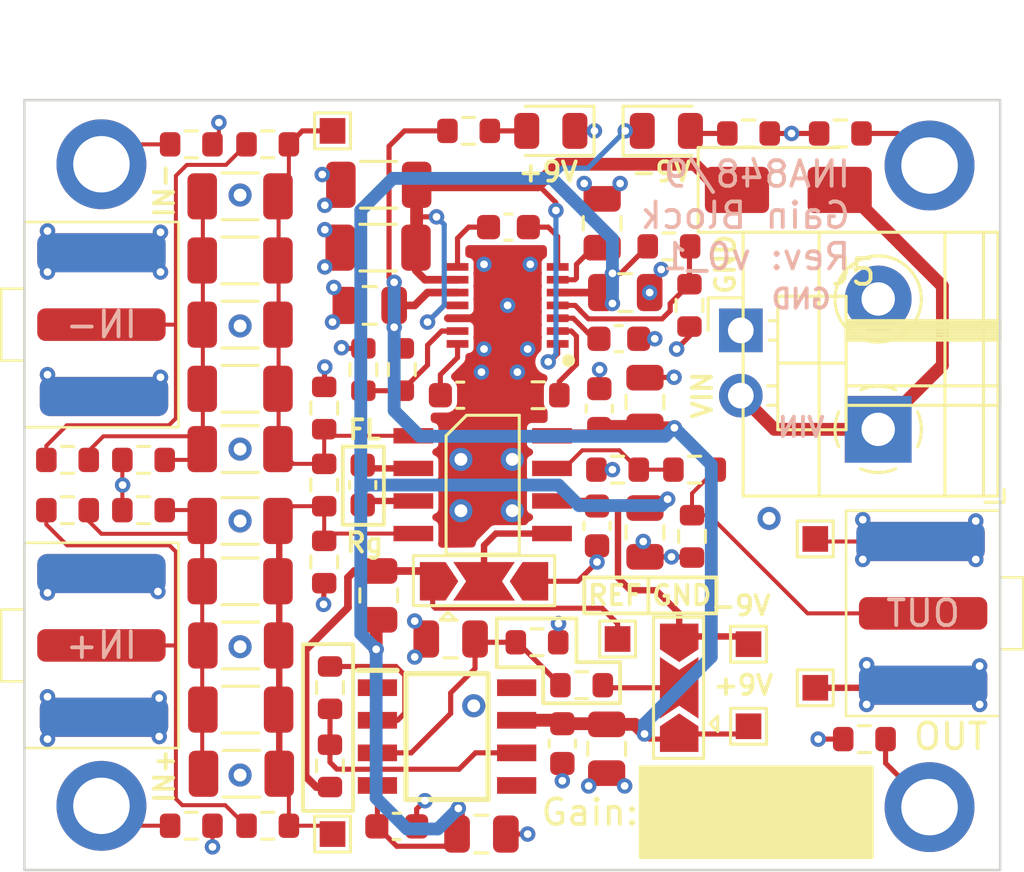
<source format=kicad_pcb>
(kicad_pcb (version 20221018) (generator pcbnew)

  (general
    (thickness 1.5842)
  )

  (paper "A4")
  (title_block
    (title "INA848/9 Gain Block")
    (rev "v0_1")
    (company "M-Labs Limited")
  )

  (layers
    (0 "F.Cu" signal)
    (1 "In1.Cu" signal)
    (2 "In2.Cu" signal)
    (31 "B.Cu" signal)
    (32 "B.Adhes" user "B.Adhesive")
    (33 "F.Adhes" user "F.Adhesive")
    (34 "B.Paste" user)
    (35 "F.Paste" user)
    (36 "B.SilkS" user "B.Silkscreen")
    (37 "F.SilkS" user "F.Silkscreen")
    (38 "B.Mask" user)
    (39 "F.Mask" user)
    (40 "Dwgs.User" user "User.Drawings")
    (41 "Cmts.User" user "User.Comments")
    (42 "Eco1.User" user "User.Eco1")
    (43 "Eco2.User" user "User.Eco2")
    (44 "Edge.Cuts" user)
    (45 "Margin" user)
    (46 "B.CrtYd" user "B.Courtyard")
    (47 "F.CrtYd" user "F.Courtyard")
    (48 "B.Fab" user)
    (49 "F.Fab" user)
    (50 "User.1" user)
    (51 "User.2" user)
    (52 "User.3" user)
    (53 "User.4" user)
    (54 "User.5" user)
    (55 "User.6" user)
    (56 "User.7" user)
    (57 "User.8" user)
    (58 "User.9" user)
  )

  (setup
    (stackup
      (layer "F.SilkS" (type "Top Silk Screen"))
      (layer "F.Paste" (type "Top Solder Paste"))
      (layer "F.Mask" (type "Top Solder Mask") (thickness 0.01))
      (layer "F.Cu" (type "copper") (thickness 0.035))
      (layer "dielectric 1" (type "prepreg") (color "#808080FF") (thickness 1.265) (material "FR4") (epsilon_r 4.5) (loss_tangent 0.02))
      (layer "In1.Cu" (type "copper") (thickness 0.0152))
      (layer "dielectric 2" (type "prepreg") (thickness 0.0994) (material "FR4") (epsilon_r 4.1) (loss_tangent 0.02))
      (layer "In2.Cu" (type "copper") (thickness 0.0152))
      (layer "dielectric 3" (type "prepreg") (thickness 0.0994) (material "FR4") (epsilon_r 4.1) (loss_tangent 0.02))
      (layer "B.Cu" (type "copper") (thickness 0.035))
      (layer "B.Mask" (type "Bottom Solder Mask") (thickness 0.01))
      (layer "B.Paste" (type "Bottom Solder Paste"))
      (layer "B.SilkS" (type "Bottom Silk Screen"))
      (copper_finish "None")
      (dielectric_constraints yes)
    )
    (pad_to_mask_clearance 0)
    (pcbplotparams
      (layerselection 0x00010fc_ffffffff)
      (plot_on_all_layers_selection 0x0000000_00000000)
      (disableapertmacros false)
      (usegerberextensions false)
      (usegerberattributes true)
      (usegerberadvancedattributes true)
      (creategerberjobfile true)
      (dashed_line_dash_ratio 12.000000)
      (dashed_line_gap_ratio 3.000000)
      (svgprecision 4)
      (plotframeref false)
      (viasonmask false)
      (mode 1)
      (useauxorigin false)
      (hpglpennumber 1)
      (hpglpenspeed 20)
      (hpglpendiameter 15.000000)
      (dxfpolygonmode true)
      (dxfimperialunits true)
      (dxfusepcbnewfont true)
      (psnegative false)
      (psa4output false)
      (plotreference true)
      (plotvalue true)
      (plotinvisibletext false)
      (sketchpadsonfab false)
      (subtractmaskfromsilk false)
      (outputformat 1)
      (mirror false)
      (drillshape 1)
      (scaleselection 1)
      (outputdirectory "")
    )
  )

  (net 0 "")
  (net 1 "Net-(U1A--IN)")
  (net 2 "Net-(U1A-+FL)")
  (net 3 "Net-(U1A--FL)")
  (net 4 "GND")
  (net 5 "+9V")
  (net 6 "-9V")
  (net 7 "+12V")
  (net 8 "Net-(J2-In)")
  (net 9 "Net-(U1A-+IN)")
  (net 10 "Net-(J4-In)")
  (net 11 "/REF")
  (net 12 "Net-(U1A-OUT)")
  (net 13 "Net-(H1-Pad1)")
  (net 14 "Net-(H2-Pad1)")
  (net 15 "Net-(H3-Pad1)")
  (net 16 "Net-(H4-Pad1)")
  (net 17 "Net-(D1-A)")
  (net 18 "Net-(D2-A)")
  (net 19 "Net-(D3-A)")
  (net 20 "Net-(JP1-C)")
  (net 21 "Net-(C10-Pad1)")
  (net 22 "Net-(U2-BYP+)")
  (net 23 "Net-(U2-BYP-)")
  (net 24 "Net-(C16-Pad1)")
  (net 25 "Net-(U2-C-)")
  (net 26 "Net-(U2-C+)")
  (net 27 "Net-(U2-VOUT)")
  (net 28 "Net-(U3-+)")
  (net 29 "Net-(J3-In)")
  (net 30 "Net-(JP2-C)")
  (net 31 "Net-(U2-ADJ+)")
  (net 32 "Net-(U2-ADJ-)")
  (net 33 "Net-(U2-RT)")
  (net 34 "Net-(R25-Pad2)")
  (net 35 "Net-(U3--)")
  (net 36 "unconnected-(U3-NC-Pad1)")
  (net 37 "unconnected-(U3-NC-Pad5)")
  (net 38 "unconnected-(U3-NC-Pad8)")

  (footprint "Diode_SMD:D_SMA" (layer "F.Cu") (at 29.75 3.5))

  (footprint "custom:SON50P400X400X80-15N-D" (layer "F.Cu") (at 18.818 8 180))

  (footprint "Capacitor_SMD:C_1206_3216Metric" (layer "F.Cu") (at 8.425 23.75))

  (footprint "Capacitor_SMD:C_0805_2012Metric" (layer "F.Cu") (at 22.675 25.275 -90))

  (footprint "Resistor_SMD:R_0603_1608Metric" (layer "F.Cu") (at 1.68 14.02 180))

  (footprint "Capacitor_SMD:C_1206_3216Metric" (layer "F.Cu") (at 8.4 16.4))

  (footprint "Resistor_SMD:R_0603_1608Metric" (layer "F.Cu") (at 17.3 1.2))

  (footprint "LED_SMD:LED_0805_2012Metric" (layer "F.Cu") (at 20.5 1.2 180))

  (footprint "TerminalBlock_Phoenix:TerminalBlock_Phoenix_MKDS-1,5-2-5.08_1x02_P5.08mm_Horizontal" (layer "F.Cu") (at 33.25 12.83 90))

  (footprint "Resistor_SMD:R_0603_1608Metric" (layer "F.Cu") (at 11.675 18 -90))

  (footprint "MountingHole:MountingHole_2.2mm_M2_ISO7380_Pad_TopBottom" (layer "F.Cu") (at 3 2.5))

  (footprint "Resistor_SMD:R_0603_1608Metric" (layer "F.Cu") (at 11.675 12 -90))

  (footprint "Capacitor_SMD:C_0805_2012Metric" (layer "F.Cu") (at 13.45 8 180))

  (footprint "Capacitor_SMD:C_1206_3216Metric" (layer "F.Cu") (at 8.4 6.25))

  (footprint "TestPoint:TestPoint_Pad_1.0x1.0mm" (layer "F.Cu") (at 30.8 17.1))

  (footprint "Resistor_SMD:R_0603_1608Metric" (layer "F.Cu") (at 1.68 15.98 180))

  (footprint "TestPoint:TestPoint_Pad_1.0x1.0mm" (layer "F.Cu") (at 30.8 22.9))

  (footprint "custom:INA848-SOIC-8" (layer "F.Cu") (at 15.047 13.0808))

  (footprint "Capacitor_SMD:C_0603_1608Metric" (layer "F.Cu") (at 13.175 15 90))

  (footprint "Resistor_SMD:R_0603_1608Metric" (layer "F.Cu") (at 6.5 28.275 180))

  (footprint "Jumper:SolderJumper-3_P2.0mm_Open_TrianglePad1.0x1.5mm" (layer "F.Cu") (at 17.9 18.75))

  (footprint "Resistor_SMD:R_0603_1608Metric" (layer "F.Cu") (at 13.2 10.5 -90))

  (footprint "Resistor_SMD:R_0603_1608Metric" (layer "F.Cu") (at 19.963 21.127))

  (footprint "Resistor_SMD:R_0603_1608Metric" (layer "F.Cu") (at 11.9 25.943 90))

  (footprint "Resistor_SMD:R_0603_1608Metric" (layer "F.Cu") (at 31.775 1.3))

  (footprint "Capacitor_SMD:C_0805_2012Metric" (layer "F.Cu") (at 13.8 19.3 -90))

  (footprint "Resistor_SMD:R_0603_1608Metric" (layer "F.Cu") (at 9.475 1.725 180))

  (footprint "Resistor_SMD:R_0603_1608Metric" (layer "F.Cu") (at 11.902 22.895 90))

  (footprint "Capacitor_SMD:C_0603_1608Metric" (layer "F.Cu") (at 18.85 4.95 180))

  (footprint "TestPoint:TestPoint_Pad_1.0x1.0mm" (layer "F.Cu") (at 23.1 21))

  (footprint "MountingHole:MountingHole_2.2mm_M2_ISO7380_Pad_TopBottom" (layer "F.Cu") (at 35.25 2.55))

  (footprint "Capacitor_SMD:C_1206_3216Metric" (layer "F.Cu") (at 8.4 3.75))

  (footprint "Capacitor_SMD:C_1206_3216Metric" (layer "F.Cu") (at 13.8 3.3))

  (footprint "Capacitor_SMD:C_1206_3216Metric" (layer "F.Cu") (at 8.4 8.75))

  (footprint "Resistor_SMD:R_0603_1608Metric" (layer "F.Cu") (at 4.64 14.02 180))

  (footprint "Resistor_SMD:R_0603_1608Metric" (layer "F.Cu") (at 4.64 15.98))

  (footprint "Resistor_SMD:R_0603_1608Metric" (layer "F.Cu") (at 26 17 90))

  (footprint "Capacitor_SMD:C_1206_3216Metric" (layer "F.Cu") (at 13.775 5.75))

  (footprint "TestPoint:TestPoint_Pad_1.0x1.0mm" (layer "F.Cu") (at 12 28.6))

  (footprint "Resistor_SMD:R_0603_1608Metric" (layer "F.Cu") (at 28.2 1.3 180))

  (footprint "Jumper:SolderJumper-3_P2.0mm_Open_TrianglePad1.0x1.5mm" (layer "F.Cu") (at 25.5 22.9 90))

  (footprint "Resistor_SMD:R_0603_1608Metric" (layer "F.Cu") (at 25.1 5.7))

  (footprint "TestPoint:TestPoint_Pad_1.0x1.0mm" (layer "F.Cu") (at 12 1.2))

  (footprint "Capacitor_SMD:C_0805_2012Metric" (layer "F.Cu") (at 22.5 4.8 -90))

  (footprint "MountingHole:MountingHole_2.2mm_M2_ISO7380_Pad_TopBottom" (layer "F.Cu") (at 3 27.5))

  (footprint "Capacitor_SMD:C_0805_2012Metric" (layer "F.Cu") (at 24.167 16.847 90))

  (footprint "TestPoint:TestPoint_Pad_1.0x1.0mm" (layer "F.Cu") (at 28.2 21.2))

  (footprint "Capacitor_SMD:C_0603_1608Metric" (layer "F.Cu") (at 22.3 16.593 90))

  (footprint "Capacitor_SMD:C_0603_1608Metric" (layer "F.Cu") (at 22.389 12.021 -90))

  (footprint "custom:CON-SMA-EDGE" (layer "F.Cu") (at 3 21.25))

  (footprint "Capacitor_SMD:C_1206_3216Metric" (layer "F.Cu") (at 8.4 11.25))

  (footprint "custom:SOIC127P600X175-8N" (layer "F.Cu") (at 16.4592 24.8012))

  (footprint "Capacitor_SMD:C_0603_1608Metric" (layer "F.Cu") (at 20.95 25.075 -90))

  (footprint "Capacitor_SMD:C_0805_2012Metric" (layer "F.Cu") (at 17.8 28.6))

  (footprint "LED_SMD:LED_0805_2012Metric" (layer "F.Cu") (at 25 1.2))

  (footprint "Resistor_SMD:R_0603_1608Metric" (layer "F.Cu") (at 14.7 10.5 90))

  (footprint "Resistor_SMD:R_0603_1608Metric" (layer "F.Cu") (at 21.7 22.8 180))

  (footprint "Capacitor_SMD:C_0805_2012Metric" (layer "F.Cu") (at 23.4 7.5 180))

  (footprint "Capacitor_SMD:C_0603_1608Metric" (layer "F.Cu") (at 16.975 11.5 180))

  (footprint "Capacitor_SMD:C_0603_1608Metric" (layer "F.Cu")
    (tstamp a53bd229-f4ef-48bb-8761-f72a8eaec1be)
    (at 14.5 28.3)
    (descr "Capacitor SMD 0603 (1608 Metric), square (rectangular) end terminal, IPC_7351 nominal, (Body size source: IPC-SM-782 page 76, https://www.pcb-3d.com/wordpress/wp-content/uploads/ipc-sm-782a_amendment_1_and_2.pdf), generated with kicad-footprint-generator")
    (tags "capacitor")
    (property "MFR_PN" "C0603C104K5RACAUTO")
    (property "Sheetfile" "precision_high_gain_post_amplifier.kicad_sch")
    (property "Sheetname" "")
    (property "ki_description" "Unpolarized capacitor, small symbol")
    (property "ki_keywords" "capacitor cap")
    (path "/35a8ca4f-e6b8-4bb7-b25d-7b7e2b264978")
    (attr smd)
    (fp_text reference "C28" (at 0 -1.43) (layer "F.SilkS") hide
        (effects (font (size 1 1) (thickness 0.15)))
      (tstamp f0b7a286-e119-4c50-a66c-75e7f3b6affa)
    )
    (fp_text value "100n" (at 0 1.43) (layer "F.Fab") hide
        (effects (font (size 1 1) (thickness 0.15)))
      (tstamp e1df6428-9f98-4120-a282-f21ced968f8e)
    )
    (fp_line (start -0.14058 -0.51) (end 0.14058 -0.51)
      (stroke (width 0.12) (type solid)) (layer "F.SilkS") (tstamp 8bd886c8-756e-4bf9-b62e-5cec4484a56a))
    (fp_line (start -0.14058 0.51) (end 0.14058 0.51)
      (stroke (width 0.12) (type solid)) (layer "F.SilkS") (tstamp 6096215a-d63f-4e4f-8e0d-d16ad02a5ba9))
    (fp_line (start -1.48 -0.73) (end 1.48 -0.73)
      (stroke (width 0.05) (type solid)) (layer "F.CrtYd") (tstamp 29157d41-5e5a-4ad4-a940-2d58542eaf4c))
    (fp_line (start -1.48 0.73) (end -1.48 -0.73)
      (stroke (width 0.05) (type solid)) (layer "F.CrtYd") (tstamp ebe4bdbc-754d-464e-9d4b-078eb0df5381))
    (fp_line (start 1.48 -0.73) (end 1.48 0.73)
      (stroke (width 0.05) (type solid)) (layer "F.CrtYd") (tstamp fad2c898-35c6-44bd-8b58-faf3e11acea5))
    (fp_line (start 1.48 0.73) (end -1.48 0.73)
      (stroke (width 0.05) (type solid)) (layer "F.CrtYd") (t
... [208972 chars truncated]
</source>
